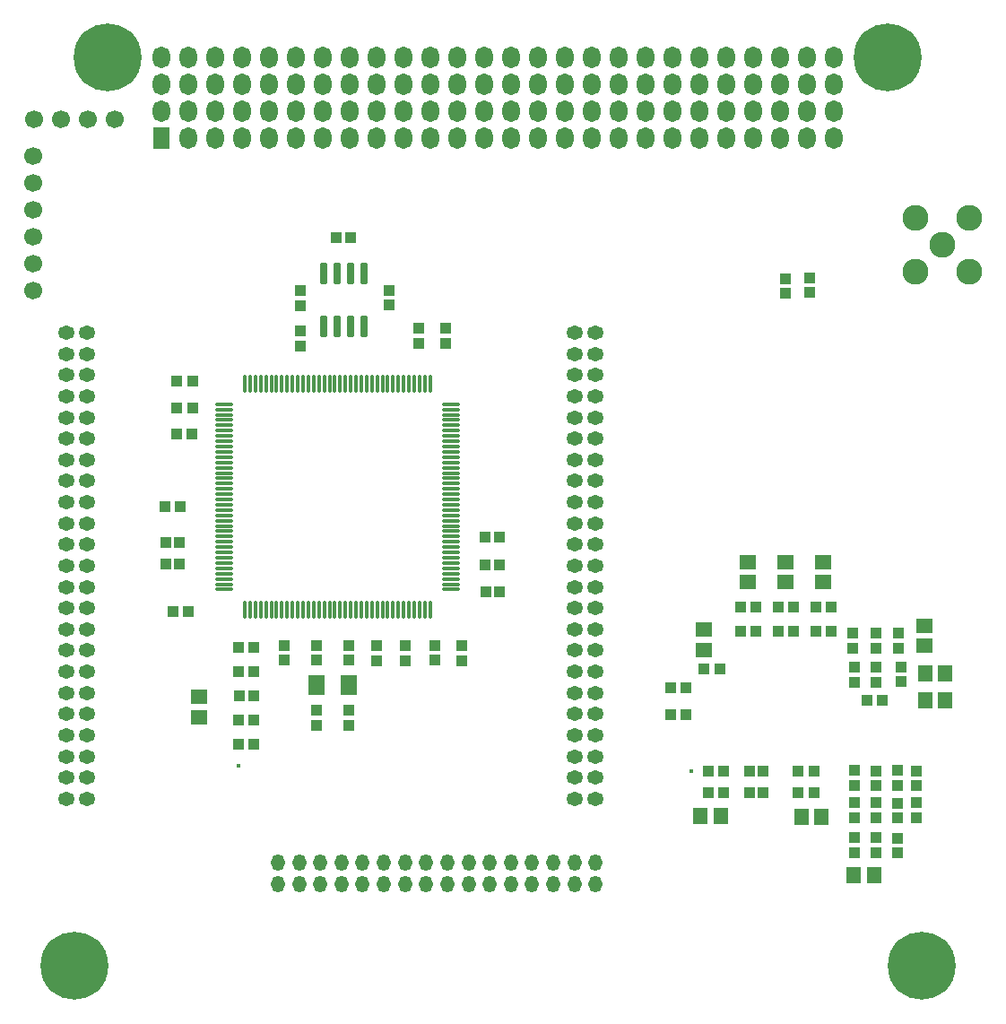
<source format=gbs>
G04*
G04 #@! TF.GenerationSoftware,Altium Limited,Altium Designer,21.0.8 (223)*
G04*
G04 Layer_Color=16711935*
%FSLAX25Y25*%
%MOIN*%
G70*
G04*
G04 #@! TF.SameCoordinates,8C76C3ED-8D82-4A5C-AC10-AB376F5EDEF7*
G04*
G04*
G04 #@! TF.FilePolarity,Negative*
G04*
G01*
G75*
%ADD34R,0.03940X0.04334*%
%ADD36R,0.04334X0.03940*%
%ADD49R,0.05672X0.06381*%
%ADD51R,0.06381X0.05672*%
%ADD52C,0.25200*%
%ADD53O,0.06106X0.05121*%
%ADD54O,0.05121X0.06106*%
%ADD55O,0.06499X0.08074*%
%ADD56R,0.06499X0.08074*%
%ADD57C,0.09649*%
%ADD58C,0.06696*%
%ADD59C,0.01775*%
G04:AMPARAMS|DCode=92|XSize=63.42mil|YSize=13.02mil|CornerRadius=2.38mil|HoleSize=0mil|Usage=FLASHONLY|Rotation=0.000|XOffset=0mil|YOffset=0mil|HoleType=Round|Shape=RoundedRectangle|*
%AMROUNDEDRECTD92*
21,1,0.06342,0.00827,0,0,0.0*
21,1,0.05866,0.01302,0,0,0.0*
1,1,0.00476,0.02933,-0.00413*
1,1,0.00476,-0.02933,-0.00413*
1,1,0.00476,-0.02933,0.00413*
1,1,0.00476,0.02933,0.00413*
%
%ADD92ROUNDEDRECTD92*%
G04:AMPARAMS|DCode=93|XSize=63.42mil|YSize=13.02mil|CornerRadius=2.38mil|HoleSize=0mil|Usage=FLASHONLY|Rotation=90.000|XOffset=0mil|YOffset=0mil|HoleType=Round|Shape=RoundedRectangle|*
%AMROUNDEDRECTD93*
21,1,0.06342,0.00827,0,0,90.0*
21,1,0.05866,0.01302,0,0,90.0*
1,1,0.00476,0.00413,0.02933*
1,1,0.00476,0.00413,-0.02933*
1,1,0.00476,-0.00413,-0.02933*
1,1,0.00476,-0.00413,0.02933*
%
%ADD93ROUNDEDRECTD93*%
G04:AMPARAMS|DCode=94|XSize=79.56mil|YSize=25.62mil|CornerRadius=3.95mil|HoleSize=0mil|Usage=FLASHONLY|Rotation=90.000|XOffset=0mil|YOffset=0mil|HoleType=Round|Shape=RoundedRectangle|*
%AMROUNDEDRECTD94*
21,1,0.07956,0.01772,0,0,90.0*
21,1,0.07165,0.02562,0,0,90.0*
1,1,0.00791,0.00886,0.03583*
1,1,0.00791,0.00886,-0.03583*
1,1,0.00791,-0.00886,-0.03583*
1,1,0.00791,-0.00886,0.03583*
%
%ADD94ROUNDEDRECTD94*%
%ADD95R,0.06106X0.07287*%
D34*
X166646Y250500D02*
D03*
X172354D02*
D03*
X163646Y289500D02*
D03*
X169354D02*
D03*
X168000Y316500D02*
D03*
X173709D02*
D03*
X288158Y257900D02*
D03*
X282842D02*
D03*
X282643Y267900D02*
D03*
X287958D02*
D03*
X282743Y278100D02*
D03*
X288057D02*
D03*
X168146Y336000D02*
D03*
X173854D02*
D03*
X227343Y389300D02*
D03*
X232658D02*
D03*
X357354Y222000D02*
D03*
X351646D02*
D03*
X357354Y212000D02*
D03*
X351646D02*
D03*
X163842Y276000D02*
D03*
X169158D02*
D03*
X163842Y268000D02*
D03*
X169158D02*
D03*
X196709Y201000D02*
D03*
X191000D02*
D03*
X196709Y210000D02*
D03*
X191000D02*
D03*
Y228000D02*
D03*
X196709D02*
D03*
X191000Y237000D02*
D03*
X196709D02*
D03*
X191197Y219000D02*
D03*
X196512D02*
D03*
X168146Y326000D02*
D03*
X173854D02*
D03*
X386157Y191000D02*
D03*
X380842D02*
D03*
Y183000D02*
D03*
X386157D02*
D03*
X364146Y229000D02*
D03*
X369854D02*
D03*
X405546Y252100D02*
D03*
X411254D02*
D03*
X405546Y243100D02*
D03*
X411254D02*
D03*
X391546Y252100D02*
D03*
X397254D02*
D03*
X391546Y243100D02*
D03*
X397254D02*
D03*
X383254D02*
D03*
X377546D02*
D03*
X383254Y252100D02*
D03*
X377546D02*
D03*
X424646Y217500D02*
D03*
X430354D02*
D03*
X399146Y191000D02*
D03*
X404854D02*
D03*
X399146Y183000D02*
D03*
X404854D02*
D03*
X371354D02*
D03*
X365646D02*
D03*
X371354Y191000D02*
D03*
X365646D02*
D03*
D36*
X242412Y232146D02*
D03*
Y237854D02*
D03*
X268000Y350146D02*
D03*
Y355854D02*
D03*
X264000Y237657D02*
D03*
Y232343D02*
D03*
X253000Y237854D02*
D03*
Y232146D02*
D03*
X274000D02*
D03*
Y237854D02*
D03*
X214000Y354854D02*
D03*
Y349146D02*
D03*
X247000Y364342D02*
D03*
Y369657D02*
D03*
X258000Y355854D02*
D03*
Y350146D02*
D03*
X419400Y242554D02*
D03*
Y236846D02*
D03*
X427900Y242554D02*
D03*
Y236846D02*
D03*
X436200Y242554D02*
D03*
Y236846D02*
D03*
X208000Y232343D02*
D03*
Y237657D02*
D03*
X214000Y369854D02*
D03*
Y364146D02*
D03*
X232000Y232343D02*
D03*
Y237657D02*
D03*
Y208146D02*
D03*
Y213854D02*
D03*
X220000Y208146D02*
D03*
Y213854D02*
D03*
Y232343D02*
D03*
Y237657D02*
D03*
X437200Y229729D02*
D03*
Y224414D02*
D03*
X428000Y224146D02*
D03*
Y229854D02*
D03*
X420000Y224146D02*
D03*
Y229854D02*
D03*
X428000Y173646D02*
D03*
Y179354D02*
D03*
X436000Y173843D02*
D03*
Y179157D02*
D03*
X420000Y173646D02*
D03*
Y179354D02*
D03*
Y191354D02*
D03*
Y185646D02*
D03*
X436000Y191354D02*
D03*
Y185646D02*
D03*
X443000Y185843D02*
D03*
Y191157D02*
D03*
Y179354D02*
D03*
Y173646D02*
D03*
X428000Y191157D02*
D03*
Y185843D02*
D03*
X420000Y166354D02*
D03*
Y160646D02*
D03*
X428000Y166354D02*
D03*
Y160646D02*
D03*
X436000Y160843D02*
D03*
Y166157D02*
D03*
X394500Y374212D02*
D03*
Y368897D02*
D03*
X403300Y368997D02*
D03*
Y374312D02*
D03*
D49*
X446240Y227500D02*
D03*
X453760D02*
D03*
Y217500D02*
D03*
X446240D02*
D03*
X400240Y174000D02*
D03*
X407760D02*
D03*
X427260Y152500D02*
D03*
X419740D02*
D03*
X362740Y174500D02*
D03*
X370260D02*
D03*
D51*
X408400Y268860D02*
D03*
Y261340D02*
D03*
X176500Y218760D02*
D03*
Y211240D02*
D03*
X364000Y236240D02*
D03*
Y243760D02*
D03*
X445900Y245160D02*
D03*
Y237640D02*
D03*
X394400Y261340D02*
D03*
Y268860D02*
D03*
X380400Y261340D02*
D03*
Y268860D02*
D03*
D52*
X445000Y118800D02*
D03*
X130000D02*
D03*
X432500Y456300D02*
D03*
X142500D02*
D03*
D53*
X134800Y267474D02*
D03*
X323776Y354088D02*
D03*
X315902D02*
D03*
X323776Y330466D02*
D03*
Y322592D02*
D03*
Y314718D02*
D03*
Y306844D02*
D03*
Y298970D02*
D03*
Y291096D02*
D03*
Y283222D02*
D03*
Y275348D02*
D03*
Y259600D02*
D03*
Y251726D02*
D03*
Y243852D02*
D03*
Y235978D02*
D03*
Y228104D02*
D03*
Y220230D02*
D03*
Y212356D02*
D03*
Y204482D02*
D03*
Y196608D02*
D03*
Y188734D02*
D03*
X315902D02*
D03*
Y196608D02*
D03*
Y204482D02*
D03*
Y212356D02*
D03*
Y220230D02*
D03*
Y228104D02*
D03*
Y235978D02*
D03*
Y243852D02*
D03*
Y251726D02*
D03*
Y259600D02*
D03*
Y267474D02*
D03*
Y275348D02*
D03*
Y283222D02*
D03*
Y291096D02*
D03*
Y298970D02*
D03*
Y306844D02*
D03*
Y314718D02*
D03*
Y322592D02*
D03*
Y330466D02*
D03*
Y346214D02*
D03*
Y338340D02*
D03*
X323776D02*
D03*
Y346214D02*
D03*
X134800D02*
D03*
Y338340D02*
D03*
X126926D02*
D03*
Y346214D02*
D03*
Y330466D02*
D03*
Y322592D02*
D03*
Y314718D02*
D03*
Y306844D02*
D03*
Y298970D02*
D03*
Y291096D02*
D03*
Y283222D02*
D03*
Y275348D02*
D03*
Y259600D02*
D03*
Y251726D02*
D03*
Y243852D02*
D03*
Y235978D02*
D03*
Y228104D02*
D03*
Y220230D02*
D03*
Y212356D02*
D03*
Y204482D02*
D03*
Y196608D02*
D03*
Y188734D02*
D03*
X134800D02*
D03*
Y196608D02*
D03*
Y204482D02*
D03*
Y212356D02*
D03*
Y220230D02*
D03*
Y228104D02*
D03*
Y235978D02*
D03*
Y243852D02*
D03*
Y251726D02*
D03*
Y259600D02*
D03*
Y275348D02*
D03*
Y283222D02*
D03*
Y291096D02*
D03*
Y298970D02*
D03*
Y306844D02*
D03*
Y314718D02*
D03*
Y322592D02*
D03*
Y330466D02*
D03*
X126926Y354088D02*
D03*
X134800D02*
D03*
X323776Y267474D02*
D03*
Y180860D02*
D03*
X315902D02*
D03*
X126926Y267474D02*
D03*
Y180860D02*
D03*
X134800D02*
D03*
D54*
X323776Y149264D02*
D03*
X315902D02*
D03*
X308028D02*
D03*
X300154D02*
D03*
X292280D02*
D03*
X284406D02*
D03*
X276532D02*
D03*
X268658D02*
D03*
X260784D02*
D03*
X252910D02*
D03*
X245036D02*
D03*
X237162D02*
D03*
X229288D02*
D03*
X221414D02*
D03*
X213540D02*
D03*
X205666D02*
D03*
Y157138D02*
D03*
X213540D02*
D03*
X221414D02*
D03*
X229288D02*
D03*
X237162D02*
D03*
X245036D02*
D03*
X252910D02*
D03*
X260784D02*
D03*
X268658D02*
D03*
X276532D02*
D03*
X284406D02*
D03*
X292280D02*
D03*
X300154D02*
D03*
X308028D02*
D03*
X315902D02*
D03*
X323776D02*
D03*
D55*
X412500Y456300D02*
D03*
X402500D02*
D03*
X392500D02*
D03*
X382500D02*
D03*
X372500D02*
D03*
X362500D02*
D03*
X352500D02*
D03*
X342500D02*
D03*
X332500D02*
D03*
X322500D02*
D03*
X312500D02*
D03*
X302500D02*
D03*
X292500D02*
D03*
X282500D02*
D03*
X272500D02*
D03*
X262500D02*
D03*
X252500D02*
D03*
X242500D02*
D03*
X232500D02*
D03*
X222500D02*
D03*
X212500D02*
D03*
X202500D02*
D03*
X192500D02*
D03*
X182500D02*
D03*
X172500D02*
D03*
X162500D02*
D03*
X412500Y446300D02*
D03*
X402500D02*
D03*
X392500D02*
D03*
X382500D02*
D03*
X372500D02*
D03*
X362500D02*
D03*
X352500D02*
D03*
X342500D02*
D03*
X332500D02*
D03*
X322500D02*
D03*
X312500D02*
D03*
X302500D02*
D03*
X292500D02*
D03*
X282500D02*
D03*
X272500D02*
D03*
X262500D02*
D03*
X252500D02*
D03*
X242500D02*
D03*
X232500D02*
D03*
X222500D02*
D03*
X212500D02*
D03*
X202500D02*
D03*
X192500D02*
D03*
X182500D02*
D03*
X172500D02*
D03*
X162500D02*
D03*
X412500Y436300D02*
D03*
X402500D02*
D03*
X392500D02*
D03*
X382500D02*
D03*
X372500D02*
D03*
X362500D02*
D03*
X352500D02*
D03*
X342500D02*
D03*
X332500D02*
D03*
X322500D02*
D03*
X312500D02*
D03*
X302500D02*
D03*
X292500D02*
D03*
X282500D02*
D03*
X272500D02*
D03*
X262500D02*
D03*
X252500D02*
D03*
X242500D02*
D03*
X232500D02*
D03*
X222500D02*
D03*
X212500D02*
D03*
X202500D02*
D03*
X192500D02*
D03*
X182500D02*
D03*
X172500D02*
D03*
X162500D02*
D03*
X412500Y426300D02*
D03*
X402500D02*
D03*
X392500D02*
D03*
X382500D02*
D03*
X372500D02*
D03*
X362500D02*
D03*
X352500D02*
D03*
X342500D02*
D03*
X332500D02*
D03*
X322500D02*
D03*
X312500D02*
D03*
X302500D02*
D03*
X292500D02*
D03*
X282500D02*
D03*
X272500D02*
D03*
X262500D02*
D03*
X252500D02*
D03*
X242500D02*
D03*
X232500D02*
D03*
X222500D02*
D03*
X212500D02*
D03*
X202500D02*
D03*
X192500D02*
D03*
X182500D02*
D03*
X172500D02*
D03*
D56*
X162500D02*
D03*
D57*
X462743Y396900D02*
D03*
X442742D02*
D03*
Y376900D02*
D03*
X462743D02*
D03*
X452742Y386900D02*
D03*
D58*
X114600Y419700D02*
D03*
Y409700D02*
D03*
Y389700D02*
D03*
Y379700D02*
D03*
Y369700D02*
D03*
Y399700D02*
D03*
X114900Y433300D02*
D03*
X144900D02*
D03*
X134900D02*
D03*
X124900D02*
D03*
D59*
X359500Y191000D02*
D03*
X191000Y193000D02*
D03*
D92*
X185753Y258651D02*
D03*
Y260620D02*
D03*
Y262588D02*
D03*
Y264557D02*
D03*
Y266525D02*
D03*
Y268494D02*
D03*
Y270462D02*
D03*
Y272431D02*
D03*
Y274399D02*
D03*
Y276368D02*
D03*
Y278336D02*
D03*
Y280305D02*
D03*
Y282273D02*
D03*
Y284242D02*
D03*
Y286210D02*
D03*
Y288179D02*
D03*
Y290147D02*
D03*
Y292116D02*
D03*
Y294084D02*
D03*
Y296053D02*
D03*
Y298021D02*
D03*
Y299990D02*
D03*
Y301958D02*
D03*
Y303927D02*
D03*
Y305895D02*
D03*
Y307864D02*
D03*
Y309832D02*
D03*
Y311801D02*
D03*
Y313769D02*
D03*
Y315738D02*
D03*
Y317706D02*
D03*
Y319675D02*
D03*
Y321643D02*
D03*
Y323612D02*
D03*
Y325580D02*
D03*
Y327549D02*
D03*
X269847D02*
D03*
Y325580D02*
D03*
Y323612D02*
D03*
Y321643D02*
D03*
Y319675D02*
D03*
Y317706D02*
D03*
Y315738D02*
D03*
Y313769D02*
D03*
Y311801D02*
D03*
Y309832D02*
D03*
Y307864D02*
D03*
Y305895D02*
D03*
Y303927D02*
D03*
Y301958D02*
D03*
Y299990D02*
D03*
Y298021D02*
D03*
Y296053D02*
D03*
Y294084D02*
D03*
Y292116D02*
D03*
Y290147D02*
D03*
Y288179D02*
D03*
Y286210D02*
D03*
Y284242D02*
D03*
Y282273D02*
D03*
Y280305D02*
D03*
Y278336D02*
D03*
Y276368D02*
D03*
Y274399D02*
D03*
Y272431D02*
D03*
Y270462D02*
D03*
Y268494D02*
D03*
Y266525D02*
D03*
Y264557D02*
D03*
Y262588D02*
D03*
Y260620D02*
D03*
Y258651D02*
D03*
D93*
X262249Y251053D02*
D03*
X260280D02*
D03*
X258312D02*
D03*
X256343D02*
D03*
X254375D02*
D03*
X252406D02*
D03*
X250438D02*
D03*
X248469D02*
D03*
X246501D02*
D03*
X244532D02*
D03*
X242564D02*
D03*
X240595D02*
D03*
X238627D02*
D03*
X236658D02*
D03*
X234690D02*
D03*
X232721D02*
D03*
X230753D02*
D03*
X228784D02*
D03*
X226816D02*
D03*
X224847D02*
D03*
X222879D02*
D03*
X220910D02*
D03*
X218942D02*
D03*
X216973D02*
D03*
X215005D02*
D03*
X213036D02*
D03*
X211068D02*
D03*
X209099D02*
D03*
X207131D02*
D03*
X205162D02*
D03*
X203194D02*
D03*
X201225D02*
D03*
X199257D02*
D03*
X197288D02*
D03*
X195320D02*
D03*
X193351D02*
D03*
Y335147D02*
D03*
X195320D02*
D03*
X197288D02*
D03*
X199257D02*
D03*
X201225D02*
D03*
X203194D02*
D03*
X205162D02*
D03*
X207131D02*
D03*
X209099D02*
D03*
X211068D02*
D03*
X213036D02*
D03*
X215005D02*
D03*
X216973D02*
D03*
X218942D02*
D03*
X220910D02*
D03*
X222879D02*
D03*
X224847D02*
D03*
X226816D02*
D03*
X228784D02*
D03*
X230753D02*
D03*
X232721D02*
D03*
X234690D02*
D03*
X236658D02*
D03*
X238627D02*
D03*
X240595D02*
D03*
X242564D02*
D03*
X244532D02*
D03*
X246501D02*
D03*
X248469D02*
D03*
X250438D02*
D03*
X252406D02*
D03*
X254375D02*
D03*
X256343D02*
D03*
X258312D02*
D03*
X260280D02*
D03*
X262249D02*
D03*
D94*
X237800Y376024D02*
D03*
X232800D02*
D03*
X227800D02*
D03*
X222800D02*
D03*
Y356576D02*
D03*
X227800D02*
D03*
X232800D02*
D03*
X237800D02*
D03*
D95*
X220094Y223000D02*
D03*
X231906D02*
D03*
M02*

</source>
